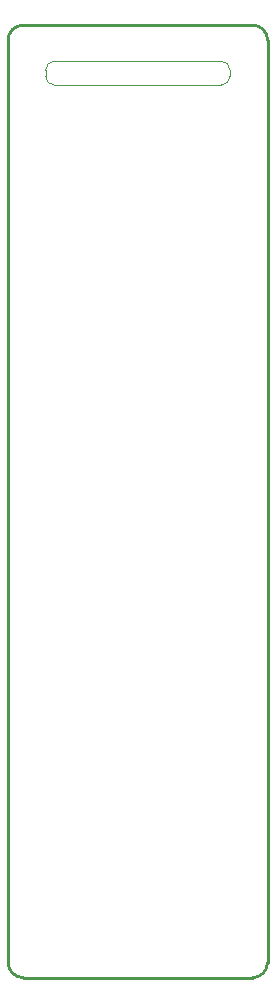
<source format=gko>
G04 Layer: BoardOutlineLayer*
G04 EasyEDA Pro v2.2.38.8, 2025-05-13 16:51:06*
G04 Gerber Generator version 0.3*
G04 Scale: 100 percent, Rotated: No, Reflected: No*
G04 Dimensions in millimeters*
G04 Leading zeros omitted, absolute positions, 4 integers and 5 decimals*
%FSLAX45Y45*%
%MOMM*%
%ADD10C,0.254*%
%ADD11C,0.0254*%
G75*


G04 Rect Start*
G54D10*
G01X2578100Y-6527800D02*
G01X2578100Y1282700D01*
G02X2705100Y1409700I127000J0D01*
G01X4648200Y1409700D01*
G02X4775200Y1282700I0J-127000D01*
G01X4775200Y-6527800D01*
G02X4648200Y-6654800I-127000J0D01*
G01X2705100Y-6654800D01*
G02X2578100Y-6527800I0J127000D01*
G54D11*
G01X2895600Y977900D02*
G01X2895600Y1028700D01*
G02X2971800Y1104900I76200J0D01*
G01X4381500Y1104900D01*
G02X4457700Y1028700I0J-76200D01*
G01X4457700Y977900D01*
G02X4381500Y901700I-76200J0D01*
G01X2971800Y901700D01*
G02X2895600Y977900I0J76200D01*
G04 Rect End*

M02*


</source>
